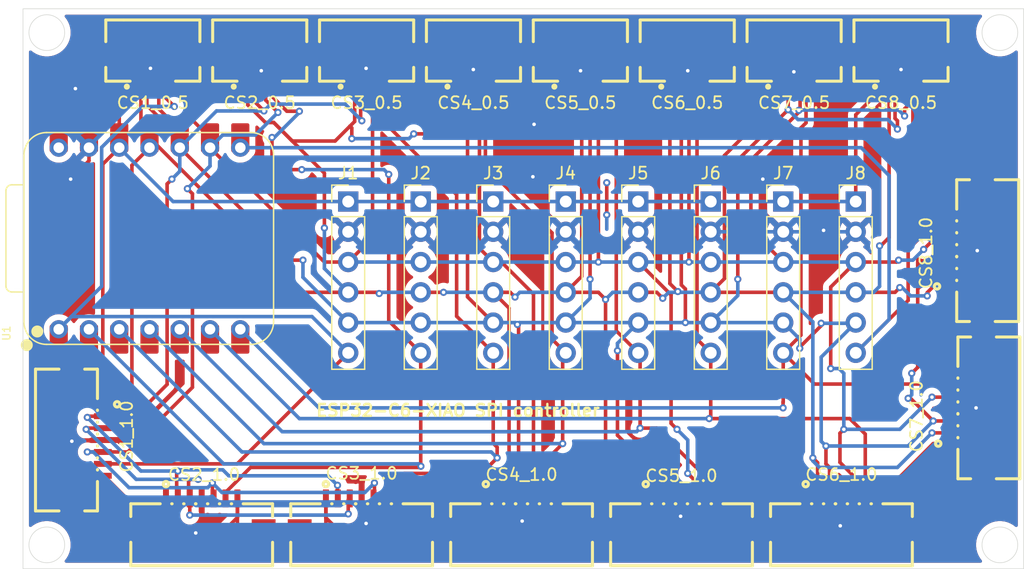
<source format=kicad_pcb>
(kicad_pcb (version 20241229) (generator "pcbnew") (generator_version "9.0")
  (layers (0 "F.Cu" signal) (2 "B.Cu" signal) (13 "F.Paste" user) (15 "B.Paste" user) (5 "F.SilkS" user "F.Silkscreen") (7 "B.SilkS" user "B.Silkscreen") (1 "F.Mask" user) (3 "B.Mask" user) (25 "Edge.Cuts" user))
  (net 0 "")
  (net 1 "/MOSI")
  (net 2 "/MISO")
  (net 3 "GND")
  (net 4 "+3V3")
  (net 5 "/SCK")
  (net 6 "/CS1")
  (net 7 "/CS2")
  (net 8 "/CS3")
  (net 9 "/CS4")
  (net 10 "/CS5")
  (net 11 "/CS6")
  (net 12 "/CS7")
  (net 13 "/CS8")
  (footprint "keigo_custom_footprint:FC-5A7P11H20-05pitch_7pin" (layer "F.Cu") (at 130.728571 74.1385 180)
    (property "Reference" "CS7_0.5")
    (property "Value" "IMU_connector_7_0.5mm")
  )
  (footprint "keigo_custom_footprint:FPC-SMD_XUNPU_FPC-1.0FX-7PWCR-H20" (layer "F.Cu") (at 145.325 102.5 -90)
    (property "Reference" "CS7_1.0")
    (property "Value" "IMU_connector_7_1.0mm")
  )
  (footprint "keigo_custom_footprint:FPC-SMD_XUNPU_FPC-1.0FX-7PWCR-H20" (layer "F.Cu") (at 121.275 111.4 180)
    (property "Reference" "CS5_1.0")
    (property "Value" "IMU_connector_5_1.0mm")
  )
  (footprint "keigo_custom_footprint:FC-5A7P11H20-05pitch_7pin" (layer "F.Cu") (at 94.842857 74.1385 180)
    (property "Reference" "CS3_0.5")
    (property "Value" "IMU_connector_3_0.5mm")
  )
  (footprint "Connector_PinHeader_2.54mm:PinHeader_1x06_P2.54mm_Vertical" (layer "F.Cu") (at 111.557143 85.18)
    (property "Reference" "J4")
    (property "Value" "CS4_JP")
  )
  (footprint "Connector_PinHeader_2.54mm:PinHeader_1x06_P2.54mm_Vertical" (layer "F.Cu") (at 135.9 85.18)
    (property "Reference" "J8")
    (property "Value" "CS8_JP")
  )
  (footprint "keigo_custom_footprint:FPC-SMD_XUNPU_FPC-1.0FX-7PWCR-H20" (layer "F.Cu") (at 94.425 111.4 180)
    (property "Reference" "CS3_1.0")
    (property "Value" "IMU_connector_3_1.0mm")
  )
  (footprint "keigo_custom_footprint:FC-5A7P11H20-05pitch_7pin" (layer "F.Cu") (at 103.814286 74.1385 180)
    (property "Reference" "CS4_0.5")
    (property "Value" "IMU_connector_4_0.5mm")
  )
  (footprint "Connector_PinHeader_2.54mm:PinHeader_1x06_P2.54mm_Vertical" (layer "F.Cu") (at 129.814286 85.18)
    (property "Reference" "J7")
    (property "Value" "CS7_JP")
  )
  (footprint "Connector_PinHeader_2.54mm:PinHeader_1x06_P2.54mm_Vertical" (layer "F.Cu") (at 123.728571 85.18)
    (property "Reference" "J6")
    (property "Value" "CS6_JP")
  )
  (footprint "Connector_PinHeader_2.54mm:PinHeader_1x06_P2.54mm_Vertical" (layer "F.Cu") (at 105.471429 85.18)
    (property "Reference" "J3")
    (property "Value" "CS3_JP")
  )
  (footprint "Connector_PinHeader_2.54mm:PinHeader_1x06_P2.54mm_Vertical" (layer "F.Cu") (at 99.385714 85.18)
    (property "Reference" "J2")
    (property "Value" "CS2_JP")
  )
  (footprint "Seeed Studio XIAO Series Library:XIAO-ESP32C6-DIP" (layer "F.Cu") (at 76.62 88.235 90)
    (property "Reference" "U1")
    (property "Value" "XIAO-ESP32-C6")
  )
  (footprint "keigo_custom_footprint:FPC-SMD_XUNPU_FPC-1.0FX-7PWCR-H20" (layer "F.Cu") (at 81 111.4 180)
    (property "Reference" "CS2_1.0")
    (property "Value" "IMU_connector_2_1.0mm")
  )
  (footprint "keigo_custom_footprint:FPC-SMD_XUNPU_FPC-1.0FX-7PWCR-H20" (layer "F.Cu") (at 134.7 111.4 180)
    (property "Reference" "CS6_1.0")
    (property "Value" "IMU_connector_6_1.0mm")
  )
  (footprint "keigo_custom_footprint:FC-5A7P11H20-05pitch_7pin" (layer "F.Cu") (at 139.7 74.1385 180)
    (property "Reference" "CS8_0.5")
    (property "Value" "IMU_connector_8_0.5mm")
  )
  (footprint "keigo_custom_footprint:FPC-SMD_XUNPU_FPC-1.0FX-7PWCR-H20" (layer "F.Cu") (at 71.4 105.2 90)
    (property "Reference" "CS1_1.0")
    (property "Value" "IMU_connector_1_1.0mm")
  )
  (footprint "keigo_custom_footprint:FC-5A7P11H20-05pitch_7pin" (layer "F.Cu") (at 85.871429 74.1385 180)
    (property "Reference" "CS2_0.5")
    (property "Value" "IMU_connector_2_0.5mm")
  )
  (footprint "keigo_custom_footprint:FC-5A7P11H20-05pitch_7pin" (layer "F.Cu") (at 76.9 74.1385 180)
    (property "Reference" "CS1_0.5")
    (property "Value" "IMU_connector_1_0.5mm")
  )
  (footprint "Connector_PinHeader_2.54mm:PinHeader_1x06_P2.54mm_Vertical" (layer "F.Cu") (at 93.3 85.18)
    (property "Reference" "J1")
    (property "Value" "CS1_JP")
  )
  (footprint "keigo_custom_footprint:FPC-SMD_XUNPU_FPC-1.0FX-7PWCR-H20" (layer "F.Cu") (at 145.225 89.3 -90)
    (property "Reference" "CS8_1.0")
    (property "Value" "IMU_connector_8_1.0mm")
  )
  (footprint "keigo_custom_footprint:FC-5A7P11H20-05pitch_7pin" (layer "F.Cu") (at 121.757143 74.1385 180)
    (property "Reference" "CS6_0.5")
    (property "Value" "IMU_connector_6_0.5mm")
  )
  (footprint "Connector_PinHeader_2.54mm:PinHeader_1x06_P2.54mm_Vertical" (layer "F.Cu") (at 117.642857 85.18)
    (property "Reference" "J5")
    (property "Value" "CS5_JP")
  )
  (footprint "keigo_custom_footprint:FC-5A7P11H20-05pitch_7pin" (layer "F.Cu") (at 112.785714 74.1385 180)
    (property "Reference" "CS5_0.5")
    (property "Value" "IMU_connector_5_0.5mm")
  )
  (footprint "keigo_custom_footprint:FPC-SMD_XUNPU_FPC-1.0FX-7PWCR-H20" (layer "F.Cu") (at 107.85 111.4 180)
    (property "Reference" "CS4_1.0")
    (property "Value" "IMU_connector_4_1.0mm")
  )
  (gr_circle (center 148 71) (end 149.5 71) (stroke (width 0.05)) (fill no) (layer "Edge.Cuts"))
  (gr_circle (center 68 71) (end 69.5 71) (stroke (width 0.05)) (fill no) (layer "Edge.Cuts"))
  (gr_circle (center 68 114) (end 69.5 114) (stroke (width 0.05)) (fill no) (layer "Edge.Cuts"))
  (gr_circle (center 148 114) (end 149.5 114) (stroke (width 0.05)) (fill no) (layer "Edge.Cuts"))
  (gr_rect (start 66 69) (end 150 116) (stroke (width 0.05)) (fill no) (layer "Edge.Cuts"))
  (gr_text "ESP32-C6-XIAO SPI controller" (at 90.5 103.3 0) (layer "F.SilkS") (effects (font (size 1 1) (thickness 0.2) (bold yes)) (justify left bottom)))
  (segment (start 115 86.3) (end 115 83.6) (width 0.3) (layer "F.Cu") (net 0))
  (via (at 115 83.6) (size 0.6) (drill 0.3) (layers "F.Cu" "B.Cu") (net 0))
  (via (at 115 86.3) (size 0.6) (drill 0.3) (layers "F.Cu" "B.Cu") (net 0))
  (segment (start 115 87.5) (end 115 86.3) (width 0.3) (layer "B.Cu") (net 0))
  (segment (start 143.925 104.6) (end 144.025 104.5) (width 0.3) (layer "F.Cu") (net 1))
  (segment (start 117.642857 92.8) (end 119.2 92.8) (width 0.3) (layer "F.Cu") (net 1))
  (segment (start 75.143 101.257) (end 73.2 103.2) (width 0.3) (layer "F.Cu") (net 1))
  (segment (start 75.143 82.137) (end 75.143 101.257) (width 0.3) (layer "F.Cu") (net 1))
  (segment (start 120.3 78.414286) (end 120.3 92.068614) (width 0.3) (layer "F.Cu") (net 1))
  (segment (start 73.2 103.2) (end 72.7 103.2) (width 0.3) (layer "F.Cu") (net 1))
  (segment (start 105.85 109.498) (end 106.8 108.548) (width 0.3) (layer "F.Cu") (net 1))
  (segment (start 138 88.9) (end 138.7 88.2) (width 0.3) (layer "F.Cu") (net 1))
  (segment (start 71.5 103.2) (end 71.4 103.3) (width 0.3) (layer "F.Cu") (net 1))
  (segment (start 102.814286 75.4385) (end 102.814286 76.4655) (width 0.3) (layer "F.Cu") (net 1))
  (segment (start 93.842857 78.457143) (end 93.45 78.85) (width 0.3) (layer "F.Cu") (net 1))
  (segment (start 120.3 92.068614) (end 120.965693 92.734307) (width 0.3) (layer "F.Cu") (net 1))
  (segment (start 139.6 92.4) (end 139.2 92.8) (width 0.3) (layer "F.Cu") (net 1))
  (segment (start 112.9 91.457143) (end 111.557143 92.8) (width 0.3) (layer "F.Cu") (net 1))
  (segment (start 119.275 109.6) (end 114.9 105.225) (width 0.3) (layer "F.Cu") (net 1))
  (segment (start 79 107.8) (end 78.9 107.9) (width 0.3) (layer "F.Cu") (net 1))
  (segment (start 105.85 110.1) (end 105.85 109.498) (width 0.3) (layer "F.Cu") (net 1))
  (segment (start 124.879571 91.649) (end 123.728571 92.8) (width 0.3) (layer "F.Cu") (net 1))
  (segment (start 129.728571 76.4655) (end 124.879571 81.3145) (width 0.3) (layer "F.Cu") (net 1))
  (segment (start 124.879571 81.3145) (end 124.879571 91.649) (width 0.3) (layer "F.Cu") (net 1))
  (segment (start 142.3 104.6) (end 143.925 104.6) (width 0.3) (layer "F.Cu") (net 1))
  (segment (start 99.779786 79.5) (end 98.8 79.5) (width 0.3) (layer "F.Cu") (net 1))
  (segment (start 75.9 75.4385) (end 75.9 79.105) (width 0.3) (layer "F.Cu") (net 1))
  (segment (start 106.8 108.548) (end 106.8 94.128571) (width 0.3) (layer "F.Cu") (net 1))
  (segment (start 102.814286 76.4655) (end 99.779786 79.5) (width 0.3) (layer "F.Cu") (net 1))
  (segment (start 114.3 92.8) (end 114.9 93.4) (width 0.3) (layer "F.Cu") (net 1))
  (segment (start 106.8 94.128571) (end 105.471429 92.8) (width 0.3) (layer "F.Cu") (net 1))
  (segment (start 88.6 80.1) (end 87.05 78.55) (width 0.3) (layer "F.Cu") (net 1))
  (segment (start 92.4 109) (end 92.4 110.075) (width 0.3) (layer "F.Cu") (net 1))
  (segment (start 138.7 88.2) (end 138.7 75.4385) (width 0.3) (layer "F.Cu") (net 1))
  (segment (start 143.925 91.3) (end 143.425 91.3) (width 0.3) (layer "F.Cu") (net 1))
  (segment (start 111.785714 75.4385) (end 111.785714 77.585714) (width 0.3) (layer "F.Cu") (net 1))
  (segment (start 111.557143 92.8) (end 114.3 92.8) (width 0.3) (layer "F.Cu") (net 1))
  (segment (start 106.9 92.8) (end 107.3 93.2) (width 0.3) (layer "F.Cu") (net 1))
  (segment (start 78.9 110) (end 79 110.1) (width 0.3) (layer "F.Cu") (net 1))
  (segment (start 132.7 110.1) (end 132.7 107.1) (width 0.3) (layer "F.Cu") (net 1))
  (segment (start 93.842857 75.4385) (end 93.842857 78.457143) (width 0.3) (layer "F.Cu") (net 1))
  (segment (start 105.471429 92.8) (end 106.9 92.8) (width 0.3) (layer "F.Cu") (net 1))
  (segment (start 92.4 110.075) (end 92.425 110.1) (width 0.3) (layer "F.Cu") (net 1))
  (segment (start 119.275 110.1) (end 119.275 109.6) (width 0.3) (layer "F.Cu") (net 1))
  (segment (start 123.728571 92.8) (end 129.814286 92.8) (width 0.3) (layer "F.Cu") (net 1))
  (segment (start 93.6 79.9) (end 93.6 79) (width 0.3) (layer "F.Cu") (net 1))
  (segment (start 137.9 88.9) (end 138 88.9) (width 0.3) (layer "F.Cu") (net 1))
  (segment (start 120.757143 75.4385) (end 120.757143 77.957143) (width 0.3) (layer "F.Cu") (net 1))
  (segment (start 120.757143 77.957143) (end 120.3 78.414286) (width 0.3) (layer "F.Cu") (net 1))
  (segment (start 111.785714 77.585714) (end 112.9 78.7) (width 0.3) (layer "F.Cu") (net 1))
  (segment (start 72.7 103.2) (end 71.5 103.2) (width 0.3) (layer "F.Cu") (net 1))
  (segment (start 89.595 92.8) (end 93.3 92.8) (width 0.3) (layer "F.Cu") (net 1))
  (segment (start 78.9 107.9) (end 78.9 110) (width 0.3) (layer "F.Cu") (net 1))
  (segment (start 76.62 79.825) (end 89.595 92.8) (width 0.3) (layer "F.Cu") (net 1))
  (segment (start 87.05 78.55) (end 91.3 82.8) (width 0.3) (layer "F.Cu") (net 1))
  (segment (start 93.6 79) (end 93.45 78.85) (width 0.3) (layer "F.Cu") (net 1))
  (segment (start 92.2 80.1) (end 88.6 80.1) (width 0.3) (layer "F.Cu") (net 1))
  (segment (start 75.9 79.105) (end 76.62 79.825) (width 0.3) (layer "F.Cu") (net 1))
  (segment (start 141.9 92.825) (end 141.9 93.1) (width 0.3) (layer "F.Cu") (net 1))
  (segment (start 129.728571 75.4385) (end 129.728571 76.4655) (width 0.3) (layer "F.Cu") (net 1))
  (segment (start 101.3 92.8) (end 99.385714 92.8) (width 0.3) (layer "F.Cu") (net 1))
  (segment (start 84.871429 77.071429) (end 86.35 78.55) (width 0.3) (layer "F.Cu") (net 1))
  (segment (start 114.9 105.225) (end 114.9 93.4) (width 0.3) (layer "F.Cu") (net 1))
  (segment (start 84.871429 75.4385) (end 84.871429 77.071429) (width 0.3) (layer "F.Cu") (net 1))
  (segment (start 95.8 92.8) (end 95.9 92.9) (width 0.3) (layer "F.Cu") (net 1))
  (segment (start 139.2 92.8) (end 135.9 92.8) (width 0.3) (layer "F.Cu") (net 1))
  (segment (start 86.35 78.55) (end 87.05 78.55) (width 0.3) (layer "F.Cu") (net 1))
  (segment (start 119.2 92.8) (end 119.7 93.3) (width 0.3) (layer "F.Cu") (net 1))
  (segment (start 112.9 78.7) (end 112.9 91.457143) (width 0.3) (layer "F.Cu") (net 1))
  (segment (start 76.62 80.66) (end 75.143 82.137) (width 0.3) (layer "F.Cu") (net 1))
  (segment (start 91.3 82.8) (end 91.3 87.4) (width 0.3) (layer "F.Cu") (net 1))
  (segment (start 93.45 78.85) (end 92.2 80.1) (width 0.3) (layer "F.Cu") (net 1))
  (segment (start 132.7 107.1) (end 132.3 106.7) (width 0.3) (layer "F.Cu") (net 1))
  (segment (start 93.3 92.8) (end 95.8 92.8) (width 0.3) (layer "F.Cu") (net 1))
  (segment (start 143.425 91.3) (end 141.9 92.825) (width 0.3) (layer "F.Cu") (net 1))
  (via (at 141.9 93.1) (size 0.6) (drill 0.3) (layers "F.Cu" "B.Cu") (net 1))
  (via (at 98.8 79.5) (size 0.6) (drill 0.3) (layers "F.Cu" "B.Cu") (net 1))
  (via (at 79 107.8) (size 0.6) (drill 0.3) (layers "F.Cu" "B.Cu") (net 1))
  (via (at 120.965693 92.734307) (size 0.6) (drill 0.3) (layers "F.Cu" "B.Cu") (net 1))
  (via (at 93.6 79.9) (size 0.6) (drill 0.3) (layers "F.Cu" "B.Cu") (net 1))
  (via (at 119.7 93.3) (size 0.6) (drill 0.3) (layers "F.Cu" "B.Cu") (net 1))
  (via (at 91.3 87.4) (size 0.6) (drill 0.3) (layers "F.Cu" "B.Cu") (net 1))
  (via (at 114.9 93.4) (size 0.6) (drill 0.3) (layers "F.Cu" "B.Cu") (net 1))
  (via (at 132.3 106.7) (size 0.6) (drill 0.3) (layers "F.Cu" "B.Cu") (net 1))
  (via (at 107.3 93.2) (size 0.6) (drill 0.3) (layers "F.Cu" "B.Cu") (net 1))
  (via (at 139.6 92.4) (size 0.6) (drill 0.3) (layers "F.Cu" "B.Cu") (net 1))
  (via (at 142.3 104.6) (size 0.6) (drill 0.3) (layers "F.Cu" "B.Cu") (net 1))
  (via (at 71.4 103.3) (size 0.6) (drill 0.3) (layers "F.Cu" "B.Cu") (net 1))
  (via (at 137.9 88.9) (size 0.6) (drill 0.3) (layers "F.Cu" "B.Cu") (net 1))
  (via (at 92.4 109) (size 0.6) (drill 0.3) (layers "F.Cu" "B.Cu") (net 1))
  (via (at 101.3 92.8) (size 0.6) (drill 0.3) (layers "F.Cu" "B.Cu") (net 1))
  (via (at 95.9 92.9) (size 0.6) (drill 0.3) (layers "F.Cu" "B.Cu") (net 1))
  (segment (start 95.9 92.9) (end 96 92.8) (width 0.3) (layer "B.Cu") (net 1))
  (segment (start 115.5 92.8) (end 117.642857 92.8) (width 0.3) (layer "B.Cu") (net 1))
  (segment (start 120.2 92.8) (end 123.728571 92.8) (width 0.3) (layer "B.Cu") (net 1))
  (segment (start 139.4 107.5) (end 142.3 104.6) (width 0.3) (layer "B.Cu") (net 1))
  (segment (start 139.8 92.4) (end 140.5 93.1) (width 0.3) (layer "B.Cu") (net 1))
  (segment (start 79 107.8) (end 79.102 107.8) (width 0.3) (layer "B.Cu") (net 1))
  (segment (start 137.9 88.9) (end 137.9 92.3) (width 0.3) (layer "B.Cu") (net 1))
  (segment (start 91.3 87.4) (end 91.3 90.8) (width 0.3) (layer "B.Cu") (net 1))
  (segment (start 129.814286 92.8) (end 135.9 92.8) (width 0.3) (layer "B.Cu") (net 1))
  (segment (start 98.4 79.9) (end 93.6 79.9) (width 0.3) (layer "B.Cu") (net 1))
  (segment (start 79.202 107.7) (end 82.7729 107.7) (width 0.3) (layer "B.Cu") (net 1))
  (segment (start 132.3 95.285714) (end 129.814286 92.8) (width 0.3) (layer "B.Cu") (net 1))
  (segment (start 140.5 93.1) (end 141.9 93.1) (width 0.3) (layer "B.Cu") (net 1))
  (segment (start 114.9 93.4) (end 115.5 92.8) (width 0.3) (layer "B.Cu") (net 1))
  (segment (start 132.3 106.7) (end 132.3 95.285714) (width 0.3) (layer "B.Cu") (net 1))
  (segment (start 75.9 107.8) (end 71.4 103.3) (width 0.3) (layer "B.Cu") (net 1))
  (segment (start 83.2729 108.2) (end 91.6 108.2) (width 0.3) (layer "B.Cu") (net 1))
  (segment (start 132.3 106.7) (end 132.3 106.949943) (width 0.3) (layer "B.Cu") (net 1))
  (segment (start 137.9 92.3) (end 137.4 92.8) (width 0.3) (layer "B.Cu") (net 1))
  (segment (start 132.3 106.949943) (end 132.850057 107.5) (width 0.3) (layer "B.Cu") (net 1))
  (segment (start 79 107.8) (end 75.9 107.8) (width 0.3) (layer "B.Cu") (net 1))
  (segment (start 107.7 92.8) (end 111.557143 92.8) (width 0.3) (layer "B.Cu") (net 1))
  (segment (start 98.8 79.5) (end 98.4 79.9) (width 0.3) (layer "B.Cu") (net 1))
  (segment (start 91.6 108.2) (end 92.4 109) (width 0.3) (layer "B.Cu") (net 1))
  (segment (start 107.3 93.2) (end 107.7 92.8) (width 0.3) (layer "B.Cu") (net 1))
  (segment (start 91.3 90.8) (end 93.3 92.8) (width 0.3) (layer "B.Cu") (net 1))
  (segment (start 96 92.8) (end 99.385714 92.8) (width 0.3) (layer "B.Cu") (net 1))
  (segment (start 119.7 93.3) (end 120.2 92.8) (width 0.3) (layer "B.Cu") (net 1))
  (segment (start 137.4 92.8) (end 135.9 92.8) (width 0.3) (layer "B.Cu") (net 1))
  (segment (start 79.102 107.8) (end 79.202 107.7) (width 0.3) (layer "B.Cu") (net 1))
  (segment (start 101.3 92.8) (end 105.471429 92.8) (width 0.3) (layer "B.Cu") (net 1))
  (segment (start 139.6 92.4) (end 139.8 92.4) (width 0.3) (layer "B.Cu") (net 1))
  (segment (start 82.7729 107.7) (end 83.2729 108.2) (width 0.3) (layer "B.Cu") (net 1))
  (segment (start 132.850057 107.5) (end 139.4 107.5) (width 0.3) (layer "B.Cu") (net 1))
  (segment (start 78.097 100.530626) (end 78.097 83.703) (width 0.3) (layer "F.Cu") (net 2))
  (segment (start 141.101 99.099) (end 140.6 99.6) (width 0.3) (layer "F.Cu") (net 2))
  (segment (start 139.2 78.2) (end 139.2 75.4385) (width 0.3) (layer "F.Cu") (net 2))
  (segment (start 139.4 79.1) (end 139.4 78.4) (width 0.3) (layer "F.Cu") (net 2))
  (segment (start 72.7 104.2) (end 74.427626 104.2) (width 0.3) (layer "F.Cu") (net 2))
  (segment (start 121.6 92.518671) (end 121.6 95.34) (width 0.3) (layer "F.Cu") (net 2))
  (segment (start 133.4 107.2) (end 133.7 107.5) (width 0.3) (layer "F.Cu") (net 2))
  (segment (start 85.371429 76.722899) (end 86.224265 77.575735) (width 0.3) (layer "F.Cu") (net 2))
  (segment (start 74.427626 104.2) (end 78.097 100.530626) (width 0.3) (layer "F.Cu") (net 2))
  (segment (start 121.257143 92.175814) (end 121.6 92.518671) (width 0.3) (layer "F.Cu") (net 2))
  (segment (start 106.85 110.1) (end 106.85 109.35) (width 0.3) (layer "F.Cu") (net 2))
  (segment (start 133.7 107.5) (end 133.7 110.1) (width 0.3) (layer "F.Cu") (net 2))
  (segment (start 79.9 110) (end 80 110.1) (width 0.3) (layer "F.Cu") (net 2))
  (segment (start 85.371429 75.4385) (end 85.371429 76.722899) (width 0.3) (layer "F.Cu") (net 2))
  (segment (start 76.4 75.4385) (end 76.4 77.1) (width 0.3) (layer "F.Cu") (net 2))
  (segment (start 143.925 103.6) (end 144.025 103.5) (width 0.3) (layer "F.Cu") (net 2))
  (segment (start 79.9 108.65) (end 79.9 110) (width 0.3) (layer "F.Cu") (net 2))
  (segment (start 79.125 79.825) (end 79.16 79.825) (width 0.3) (layer "F.Cu") (net 2))
  (segment (start 120.275 109.175) (end 115.9 104.8) (width 0.3) (layer "F.Cu") (net 2))
  (segment (start 143.925 90.3) (end 143.323 90.3) (width 0.3) (layer "F.Cu") (net 2))
  (segment (start 80 110.1) (end 80 111.5) (width 0.3) (layer "F.Cu") (net 2))
  (segment (start 113.6 78.3) (end 113.6 91.7) (width 0.3) (layer "F.Cu") (net 2))
  (segment (start 121.257143 75.4385) (end 121.257143 92.175814) (width 0.3) (layer "F.Cu") (net 2))
  (segment (start 131.2 97.5) (end 131.2 97.4) (width 0.3) (layer "F.Cu") (net 2))
  (segment (start 93.3 110.225) (end 93.425 110.1) (width 0.3) (layer "F.Cu") (net 2))
  (segment (start 80.7 108.5) (end 80.05 108.5) (width 0.3) (layer "F.Cu") (net 2))
  (segment (start 78.097 83.703) (end 78.5 83.3) (width 0.3) (layer "F.Cu") (net 2))
  (segment (start 140.3 101.7) (end 140.5 101.7) (width 0.3) (layer "F.Cu") (net 2))
  (segment (start 133.4 105.7) (end 133.4 107.2) (width 0.3) (layer "F.Cu") (net 2))
  (segment (start 107.6 108.6) (end 107.6 95.6) (width 0.3) (layer "F.Cu") (net 2))
  (segment (start 88.6 90.1) (end 89.5 90.1) (width 0.3) (layer "F.Cu") (net 2))
  (segment (start 76.4 77.1) (end 79.125 79.825) (width 0.3) (layer "F.Cu") (net 2))
  (segment (start 72.7 104.2) (end 71.4 104.2) (width 0.3) (layer "F.Cu") (net 2))
  (segment (start 131.2 97.4) (end 133 95.6) (width 0.3) (layer "F.Cu") (net 2))
  (segment (start 126 81.7) (end 126 91.7) (width 0.3) (layer "F.Cu") (net 2))
  (segment (start 94.342857 78.3) (end 94.442857 78.4) (width 0.3) (layer "F.Cu") (net 2))
  (segment (start 133 95.6) (end 133 95.4) (width 0.3) (layer "F.Cu") (net 2))
  (segment (start 94.342857 75.4385) (end 94.342857 78.3) (width 0.3) (layer "F.Cu") (net 2))
  (segment (start 130.228571 75.4385) (end 130.228571 77.471429) (width 0.3) (layer "F.Cu") (net 2))
  (segment (start 103.314286 75.4385) (end 103.314286 93.182857) (width 0.3) (layer "F.Cu") (net 2))
  (segment (start 141.101 92.522) (end 141.101 99.099) (width 0.3) (layer "F.Cu") (net 2))
  (segment (start 130.228571 77.471429) (end 126 81.7) (width 0.3) (layer "F.Cu") (net 2))
  (segment (start 107.6 95.6) (end 107.5 95.5) (width 0.3) (layer "F.Cu") (net 2))
  (segment (start 112.285714 75.4385) (end 112.285714 76.985714) (width 0.3) (layer "F.Cu") (net 2))
  (segment (start 106.85 109.35) (end 107.6 108.6) (width 0.3) (layer "F.Cu") (net 2))
  (segment (start 112.285714 76.985714) (end 113.6 78.3) (width 0.3) (layer "F.Cu") (net 2))
  (segment (start 140.5 101.7) (end 142.4 103.6) (width 0.3) (layer "F.Cu") (net 2))
  (segment (start 80.05 108.5) (end 79.9 108.65) (width 0.3) (layer "F.Cu") (net 2))
  (segment (start 93.3 111.4) (end 93.3 110.225) (width 0.3) (layer "F.Cu") (net 2))
  (segment (start 120.275 110.1) (end 120.275 109.175) (width 0.3) (layer "F.Cu") (net 2))
  (segment (start 142.4 103.6) (end 143.925 103.6) (width 0.3) (layer "F.Cu") (net 2))
  (segment (start 103.314286 93.182857) (end 105.471429 95.34) (width 0.3) (layer "F.Cu") (net 2))
  (segment (start 139.4 78.4) (end 139.2 78.2) (width 0.3) (layer "F.Cu") (net 2))
  (segment (start 79.16 80.66) (end 88.6 90.1) (width 0.3) (layer "F.Cu") (net 2))
  (segment (start 143.323 90.3) (end 141.101 92.522) (width 0.3) (layer "F.Cu") (net 2))
  (segment (start 115.9 104.8) (end 115.9 97.7) (width 0.3) (layer "F.Cu") (net 2))
  (segment (start 71.4 104.2) (end 71.3 104.3) (width 0.3) (layer "F.Cu") (net 2))
  (via (at 121.6 95.34) (size 0.6) (drill 0.3) (layers "F.Cu" "B.Cu") (net 2))
  (via (at 113.6 91.7) (size 0.6) (drill 0.3) (layers "F.Cu" "B.Cu") (net 2))
  (via (at 131.2 97.5) (size 0.6) (drill 0.3) (layers "F.Cu" "B.Cu") (net 2))
  (via (at 93.3 111.4) (size 0.6) (drill 0.3) (layers "F.Cu" "B.Cu") (net 2))
  (via (at 133.4 105.7) (size 0.6) (drill 0.3) (layers "F.Cu" "B.Cu") (net 2))
  (via (at 80.7 108.5) (size 0.6) (drill 0.3) (layers "F.Cu" "B.Cu") (net 2))
  (via (at 140.6 99.6) (size 0.6) (drill 0.3) (layers "F.Cu" "B.Cu") (net 2))
  (via (at 126 91.7) (size 0.6) (drill 0.3) (layers "F.Cu" "B.Cu") (net 2))
  (via (at 115.9 97.7) (size 0.6) (drill 0.3) (layers "F.Cu" "B.Cu") (net 2))
  (via (at 94.442857 78.4) (size 0.6) (drill 0.3) (layers "F.Cu" "B.Cu") (net 2))
  (via (at 139.4 79.1) (size 0.6) (drill 0.3) (layers "F.Cu" "B.Cu") (net 2))
  (via (at 142.4 103.6) (size 0.6) (drill 0.3) (layers "F.Cu" "B.Cu") (net 2))
  (via (at 78.5 83.3) (size 0.6) (drill 0.3) (layers "F.Cu" "B.Cu") (net 2))
  (via (at 89.5 90.1) (size 0.6) (drill 0.3) (layers "F.Cu" "B.Cu") (net 2))
  (via (at 140.3 101.7) (size 0.6) (drill 0.3) (layers "F.Cu" "B.Cu") (net 2))
  (via (at 86.224265 77.575735) (size 0.6) (drill 0.3) (layers "F.Cu" "B.Cu") (net 2))
  (via (at 71.3 104.3) (size 0.6) (drill 0.3) (layers "F.Cu" "B.Cu") (net 2))
  (via (at 133 95.4) (size 0.6) (drill 0.3) (layers "F.Cu" "B.Cu") (net 2))
  (via (at 80 111.5) (size 0.6) (drill 0.3) (layers "F.Cu" "B.Cu") (net 2))
  (via (at 107.5 95.5) (size 0.6) (drill 0.3) (layers "F.Cu" "B.Cu") (net 2))
  (via (at 130.228571 77.471429) (size 0.6) (drill 0.3) (layers "F.Cu" "B.Cu") (net 2))
  (segment (start 115.9 97.082857) (end 117.642857 95.34) (width 0.3) (layer "B.Cu") (net 2))
  (segment (start 140.6 99.6) (end 140.6 101.4) (width 0.3) (layer "B.Cu") (net 2))
  (segment (start 133.4 105.7) (end 140.3 105.7) (width 0.3) (layer "B.Cu") (net 2))
  (segment (start 113.6 91.7) (end 113.6 93.297143) (width 0.3) (layer "B.Cu") (net 2))
  (segment (start 107.66 95.34) (end 111.557143 95.34) (width 0.3) (layer "B.Cu") (net 2))
  (segment (start 82.244265 77.575735) (end 79.16 80.66) (width 0.3) (layer "B.Cu") (net 2))
  (segment (start 138.6 78.3) (end 131.057142 78.3) (width 0.3) (layer "B.Cu") (net 2))
  (segment (start 107.5 95.5) (end 107.66 95.34) (width 0.3) (layer "B.Cu") (net 2))
  (segment (start 131.2 97.5) (end 131.2 96.725714) (width 0.3) (layer "B.Cu") (net 2))
  (segment (start 93.3 95.34) (end 99.385714 95.34) (width 0.3) (layer "B.Cu") (net 2))
  (segment (start 131.057142 78.3) (end 130.228571 77.471429) (width 0.3) (layer "B.Cu") (net 2))
  (segment (start 123.728571 95.34) (end 129.814286 95.34) (width 0.3) (layer "B.Cu") (net 2))
  (segment (start 107.5 95.5) (end 107.34 95.34) (width 0.3) (layer "B.Cu") (net 2))
  (segment (start 93.041857 76.999) (end 86.801 76.999) (width 0.3) (layer "B.Cu") (net 2))
  (segment (start 133.4 105.7) (end 133 105.3) (width 0.3) (layer "B.Cu") (net 2))
  (segment (start 133 105.3) (end 133 98.24) (width 0.3) (layer "B.Cu") (net 2))
  (segment (start 89.5 90.1) (end 89.5 91.54) (width 0.3) (layer "B.Cu") (net 2))
  (segment (start 89.5 91.54) (end 93.3 95.34) (width 0.3) (layer "B.Cu") (net 2))
  (segment (start 126 93.068571) (end 123.728571 95.34) (width 0.3) (layer "B.Cu") (net 2))
  (segment (start 75.5 108.5) (end 71.3 104.3) (width 0.3) (layer "B.Cu") (net 2))
  (segment (start 80.7 108.5) (end 75.5 108.5) (width 0.3) (layer "B.Cu") (net 2))
  (segment (start 135.84 95.4) (end 135.9 95.34) (width 0.3) (layer "B.Cu") (net 2))
  (segment (start 93.2 111.5) (end 93.3 111.4) (width 0.3) (layer "B.Cu") (net 2))
  (segment (start 133 98.24) (end 135.9 95.34) (width 0.3) (layer "B.Cu") (net 2))
  (segment (start 79.16 82.64) (end 79.16 80.66) (width 0.3) (layer "B.Cu") (net 2))
  (segment (start 86.224265 77.575735) (end 82.244265 77.575735) (width 0.3) (layer "B.Cu") (net 2))
  (segment (start 113.6 93.297143) (end 111.557143 95.34) (width 0.3) (layer "B.Cu") (net 2))
  (segment (start 78.5 83.3) (end 79.16 82.64) (width 0.3) (layer "B.Cu") (net 2))
  (segment (start 115.9 97.7) (end 115.9 97.082857) (width 0.3) (layer "B.Cu") (net 2))
  (segment (start 99.385714 95.34) (end 105.471429 95.34) (width 0.3) (layer "B.Cu") (net 2))
  (segment (start 139.4 79.1) (end 138.6 78.3) (width 0.3) (layer "B.Cu") (net 2))
  (segment (start 117.642857 95.34) (end 121.6 95.34) (width 0.3) (layer "B.Cu") (net 2))
  (segment (start 121.6 95.34) (end 123.728571 95.34) (width 0.3) (layer "B.Cu") (net 2))
  (segment (start 94.442857 78.4) (end 93.041857 76.999) (width 0.3) (layer "B.Cu") (net 2))
  (segment (start 131.2 96.725714) (end 129.814286 95.34) (width 0.3) (layer "B.Cu") (net 2))
  (segment (start 111.557143 95.34) (end 117.642857 95.34) (width 0.3) (layer "B.Cu") (net 2))
  (segment (start 107.34 95.34) (end 105.471429 95.34) (width 0.3) (layer "B.Cu") (net 2))
  (segment (start 133 95.4) (end 135.84 95.4) (width 0.3) (layer "B.Cu") (net 2))
  (segment (start 80.7 108.5) (end 80.55 108.5) (width 0.3) (layer "B.Cu") (net 2))
  (segment (start 140.6 101.4) (end 140.3 101.7) (width 0.3) (layer "B.Cu") (net 2))
  (segment (start 80 111.5) (end 93.2 111.5) (width 0.3) (layer "B.Cu") (net 2))
  (segment (start 140.3 105.7) (end 142.4 103.6) (width 0.3) (layer "B.Cu") (net 2))
  (segment (start 86.801 76.999) (end 86.224265 77.575735) (width 0.3) (layer "B.Cu") (net 2))
  (segment (start 126 91.7) (end 126 93.068571) (width 0.3) (layer "B.Cu") (net 2))
  (segment (start 94.842857 74.042857) (end 94.8 74) (width 0.3) (layer "F.Cu") (net 3))
  (segment (start 121.757143 75.4385) (end 121.757143 74.242857) (width 0.3) (layer "F.Cu") (net 3))
  (segment (start 107.85 110.1) (end 107.85 111.95) (width 0.3) (layer "F.Cu") (net 3))
  (segment (start 107.85 111.95) (end 107.9 112) (width 0.3) (layer "F.Cu") (net 3))
  (segment (start 128.1 86.005714) (end 128.1 83.3) (width 0.3) (layer "F.Cu") (net 3))
  (segment (start 112.785714 75.4385) (end 112.785714 74.214286) (width 0.3) (layer "F.Cu") (net 3))
  (segment (start 94.842857 75.4385) (end 94.842857 74.042857) (width 0.3) (layer "F.Cu") (net 3))
  (segment (start 111.557143 87.72) (end 108.8 84.962857) (width 0.3) (layer "F.Cu") (net 3))
  (segment (start 71.54 80.66) (end 71.54 81.76) (width 0.3) (layer "F.Cu") (net 3))
  (segment (start 80.6 113) (end 81 112.6) (width 0.3) (layer "F.Cu") (net 3))
  (segment (start 144.025 102.5) (end 146 102.5) (width 0.3) (layer "F.Cu") (net 3))
  (segment (start 71.54 81.76) (end 70 83.3) (width 0.3) (layer "F.Cu") (net 3))
  (segment (start 80.5 113) (end 80.6 113) (width 0.3) (layer "F.Cu") (net 3))
  (segment (start 139.7 75.4385) (end 139.7 74.1) (width 0.3) (layer "F.Cu") (net 3))
  (segment (start 134.7 110.1) (end 134.7 112.3) (width 0.3) (layer "F.Cu") (net 3))
  (segment (start 103.814286 74.114286) (end 103.8 74.1) (width 0.3) (layer "F.Cu") (net 3))
  (segment (start 143.925 89.3) (end 146.1 89.3) (width 0.3) (layer "F.Cu") (net 3))
  (segment (start 76.9 75.4385) (end 76.9 74.2) (width 0.3) (layer "F.Cu") (net 3))
  (segment (start 76.9 74.2) (end 76.7 74) (width 0.3) (layer "F.Cu") (net 3))
  (segment (start 121.275 110.1) (end 121.275 111.525) (width 0.3) (layer "F.Cu") (net 3))
  (segment (start 94.425 111.825) (end 94.8 112.2) (width 0.3) (layer "F.Cu") (net 3))
  (segment (start 130.728571 74.312695) (end 130.706871 74.290995) (width 0.3) (layer "F.Cu") (net 3))
  (segment (start 85.871429 74.328571) (end 86 74.2) (width 0.3) (layer "F.Cu") (net 3))
  (segment (start 121.757143 74.242857) (end 121.8 74.2) (width 0.3) (layer "F.Cu") (net 3))
  (segment (start 108.8 83.1) (end 108.9 83) (width 0.3) (layer "F.Cu") (net 3))
  (segment (start 72.7 105.2) (end 70.2 105.2) (width 0.3) (layer "F.Cu") (net 3))
  (segment (start 81 112.6) (end 81 110.1) (width 0.3) (layer "F.Cu") (net 3))
  (segment (start 85.871429 75.4385) (end 85.871429 74.328571) (width 0.3) (layer "F.Cu") (net 3))
  (segment (start 134.7 112.3) (end 134.6 112.4) (width 0.3) (layer "F.Cu") (net 3))
  (segment (start 70.2 105.2) (end 70.1 105.3) (width 0.3) (layer "F.Cu") (net 3))
  (segment (start 130.728571 75.4385) (end 130.728571 74.312695) (width 0.3) (layer "F.Cu") (net 3))
  (segment (start 71.54 76.84) (end 70.4 75.7) (width 0.3) (layer "F.Cu") (net 3))
  (segment (start 103.814286 75.4385) (end 103.814286 74.114286) (width 0.3) (layer "F.Cu") (net 3))
  (segment (start 108.8 84.962857) (end 108.8 83.1) (width 0.3) (layer "F.Cu") (net 3))
  (segment (start 108.9 83) (end 108.9 78.7) (width 0.3) (layer "F.Cu") (net 3))
  (segment (start 71.54 80.66) (end 71.54 76.84) (width 0.3) (layer "F.Cu") (net 3))
  (segment (start 121.275 111.525) (end 121.2 111.6) (width 0.3) (layer "F.Cu") (net 3))
  (segment (start 112.785714 74.214286) (end 112.8 74.2) (width 0.3) (layer "F.Cu") (net 3))
  (segment (start 129.814286 87.72) (end 128.1 86.005714) (width 0.3) (layer "F.Cu") (net 3))
  (segment (start 94.425 110.1) (end 94.425 111.825) (width 0.3) (layer "F.Cu") (net 3))
  (via (at 121.2 111.6) (size 0.6) (drill 0.3) (layers "F.Cu" "B.Cu") (net 3))
  (via (at 121.8 74.2) (size 0.6) (drill 0.3) (layers "F.Cu" "B.Cu") (net 3))
  (via (at 70.1 105.3) (size 0.6) (drill 0.3) (layers "F.Cu" "B.Cu") (net 3))
  (via (at 94.8 74) (size 0.6) (drill 0.3) (layers "F.Cu" "B.Cu") (net 3))
  (via (at 108.9 78.7) (size 0.6) (drill 0.3) (layers "F.Cu" "B.Cu") (net 3))
  (via (at 112.8 74.2) (size 0.6) (drill 0.3) (layers "F.Cu" "B.Cu") (net 3))
  (via (at 146 102.5) (size 0.6) (drill 0.3) (layers "F.Cu" "B.Cu") (net 3))
  (via (at 86 74.2) (size 0.6) (drill 0.3) (layers "F.Cu" "B.Cu") (net 3))
  (via (at 103.8 74.1) (size 0.6) (drill 0.3) (layers "F.Cu" "B.Cu") (net 3))
  (via (at 133.2 87.6) (size 0.6) (drill 0.3) (layers "F.Cu" "B.Cu") (net 3))
  (via (at 146.1 89.3) (size 0.6) (drill 0.3) (layers "F.Cu" "B.Cu") (net 3))
  (via (at 134.6 112.4) (size 0.6) (drill 0.3) (layers "F.Cu" "B.Cu") (net 3))
  (via (at 128.1 83.3) (size 0.6) (drill 0.3) (layers "F.Cu" "B.Cu") (net 3))
  (via (at 76.7 74) (size 0.6) (drill 0.3) (layers "F.Cu" "B.Cu") (net 3))
  (via (at 80.5 113) (size 0.6) (drill 0.3) (layers "F.Cu" "B.Cu") (net 3))
  (via (at 107.9 112) (size 0.6) (drill 0.3) (layers "F.Cu" "B.Cu") (net 3))
  (via (at 139.7 74.1) (size 0.6) (drill 0.3) (layers "F.Cu" "B.Cu") (net 3))
  (via (at 130.706871 74.290995) (size 0.6) (drill 0.3) (layers "F.Cu" "B.Cu") (net 3))
  (via (at 70.4 75.7) (size 0.6) (drill 0.3) (layers "F.Cu" "B.Cu") (net 3))
  (via (at 94.8 112.2) (size 0.6) (drill 0.3) (layers "F.Cu" "B.Cu") (net 3))
  (via (at 108.8 83.1) (size 0.6) (drill 0.3) (layers "F.Cu" "B.Cu") (net 3))
  (via (at 70 83.3) (size 0.6) (drill 0.3) (layers "F.Cu" "B.Cu") (net 3))
  (segment (start 129.814286 87.72) (end 123.728571 87.72) (width 0.3) (layer "B.Cu") (net 3))
  (segment (start 133.08 87.72) (end 133.2 87.6) (width 0.3) (layer "B.Cu") (net 3))
  (segment (start 135.9 87.72) (end 133.32 87.72) (width 0.3) (layer "B.Cu") (net 3))
  (segment (start 129.814286 87.72) (end 133.08 87.72) (width 0.3) (layer "B.Cu") (net 3))
  (segment (start 133.32 87.72) (end 133.2 87.6) (width 0.3) (layer "B.Cu") (net 3))
  (segment (start 70.9 108.2) (end 72.7 108.2) (width 0.3) (layer "F.Cu") (net 4))
  (segment (start 69.3 106.6) (end 70.9 108.2) (width 0.3) (layer "F.Cu") (net 4))
  (segment (start 110.85 110.702) (end 108.852 112.7) (width 0.3) (layer "F.Cu") (net 4))
  (segment (start 105.314286 75.4385) (end 105.314286 74.4115) (width 0.3) (layer "F.Cu") (net 4))
  (segment (start 130.652 114) (end 131.7 112.952) (width 0.3) (layer "F.Cu") (net 4))
  (segment (start 137.7 110.1) (end 137.7 112.2) (width 0.3) (layer "F.Cu") (net 4))
  (segment (start 103.425786 73.3) (end 102.314286 74.4115) (width 0.3) (layer "F.Cu") (net 4))
  (segment (start 96.342857 75.4385) (end 96.342857 72.0865) (width 0.3) (layer "F.Cu") (net 4))
  (segment (start 111.285714 74.4115) (end 111.285714 75.4385) (width 0.3) (layer "F.Cu") (net 4))
  (segment (start 72.7 102.2) (end 72.7 82.04) (width 0.3) (layer "F.Cu") (net 4))
  (segment (start 113.274214 73.4) (end 112.297214 73.4) (width 0.3) (layer "F.Cu") (net 4))
  (segment (start 137.7 110.1) (end 137.8 110.1) (width 0.3) (layer "F.Cu") (net 4))
  (segment (start 144.025 99.5) (end 145.6 99.5) (width 0.3) (layer "F.Cu") (net 4))
  (segment (start 138.2 72.2) (end 138.2 75.4385) (width 0.3) (layer "F.Cu") (net 4))
  (segment (start 106.95 112.7) (end 104.85 110.6) (width 0.3) (layer "F.Cu") (net 4))
  (segment (start 146.877 99.5) (end 148 98.377) (width 0.3) (layer "F.Cu") (net 4))
  (segment (start 132.228571 75.4385) (end 132.228571 74.4115) (width 0.3) (layer "F.Cu") (net 4))
  (segment (start 124.275 110.1) (end 124.275 112.952) (width 0.3) (layer "F.Cu") (net 4))
  (segment (start 84.371429 74.4115) (end 85.182929 73.6) (width 0.3) (layer "F.Cu") (net 4))
  (segment (start 148 93.7) (end 146.6 92.3) (width 0.3) (layer "F.Cu") (net 4))
  (segment (start 139.8885 73.1) (end 139.5115 73.1) (width 0.3) (layer "F.Cu") (net 4))
  (segment (start 105.713286 71.6875) (end 110.886714 71.6875) (width 0.3) (layer "F.Cu") (net 4))
  (segment (start 141.2 74.4115) (end 139.8885 73.1) (width 0.3) (layer "F.Cu") (net 4))
  (segment (start 86.559929 73.6) (end 87.279964 74.320036) (width 0.3) (layer "F.Cu") (net 4))
  (segment (start 84 111.7) (end 84 110.1) (width 0.3) (layer "F.Cu") (net 4))
  (segment (start 132.228571 75.4385) (end 132.228571 71.871429) (width 0.3) (layer "F.Cu") (net 4))
  (segment (start 105.314286 74.4115) (end 104.202786 73.3) (width 0.3) (layer "F.Cu") (net 4))
  (segment (start 144.025 99.5) (end 146.877 99.5) (width 0.3) (layer "F.Cu") (net 4))
  (segment (start 101.727786 71.5) (end 102.314286 72.0865) (width 0.3) (layer "F.Cu") (net 4))
  (segment (start 78.4 73.90575) (end 78.4 75.4385) (width 0.3) (layer "F.Cu") (net 4))
  (segment (start 92.756357 71.5) (end 93.342857 72.0865) (width 0.3) (layer "F.Cu") (net 4))
  (segment (start 81.9 113.8) (end 84 111.7) (width 0.3) (layer "F.Cu") (net 4))
  (segment (start 111.998 114.1) (end 117.127 114.1) (width 0.3) (layer "F.Cu") (net 4))
  (segment (start 130.128571 73.6) (end 129.228571 74.5) (width 0.3) (layer "F.Cu") (net 4))
  (segment (start 138.2 75.4385) (end 138.2 75.6) (width 0.3) (layer "F.Cu") (net 4))
  (segment (start 147.4 91.3) (end 146.4 92.3) (width 0.3) (layer "F.Cu") (net 4))
  (segment (start 77.1885 73.2) (end 77.5885 73.6) (width 0.3) (layer "F.Cu") (net 4))
  (segment (start 87.279964 74.320036) (end 87.371429 74.4115) (width 0.3) (layer "F.Cu") (net 4))
  (segment (start 105.314286 72.0865) (end 105.713286 71.6875) (width 0.3) (layer "F.Cu") (net 4))
  (segment (start 124.275 110.6) (end 122.175 112.7) (width 0.3) (layer "F.Cu") (net 4))
  (segment (start 74.7 110.1) (end 78 110.1) (width 0.3) (layer "F.Cu") (net 4))
  (segment (start 122.345643 73.5) (end 121.168643 73.5) (width 0.3) (layer "F.Cu") (net 4))
  (segment (start 93.342857 75.4385) (end 93.342857 73.857143) (width 0.3) (layer "F.Cu") (net 4))
  (segment (start 110.85 112.952) (end 111.998 114.1) (width 0.3) (layer "F.Cu") (net 4))
  (segment (start 121.168643 73.5) (end 120.257143 74.4115) (width 0.3) (layer "F.Cu") (net 4))
  (segment (start 145.6 99.5) (end 147.2 101.1) (width 0.3) (layer "F.Cu") (net 4))
  (segment (start 105.314286 75.4385) (end 105.314286 72.0865) (width 0.3) (layer "F.Cu") (net 4))
  (segment (start 131.417071 73.6) (end 130.128571 73.6) (width 0.3) (layer "F.Cu") (net 4))
  (segment (start 79.4 71.1) (end 83.7 71.1) (width 0.3) (layer "F.Cu") (net 4))
  (segment (start 94.1 73.1) (end 95.5 73.1) (width 0.3) (layer "F.Cu") (net 4))
  (segment (start 91.425 111.725) (end 91.425 110.1) (width 0.3) (layer "F.Cu") (net 4))
  (segment (start 72.8 108.2) (end 74.7 110.1) (width 0.3) (layer "F.Cu") (net 4))
  (segment (start 118.275 112.952) (end 118.275 110.1) (width 0.3) (layer "F.Cu") (net 4))
  (segment (start 120.257143 74.4115) (end 120.257143 75.4385) (width 0.3) (layer "F.Cu") (net 4))
  (segment (start 78 112.1) (end 79.7 113.8) (width 0.3) (layer "F.Cu") (net 4))
  (segment (start 108.852 112.7) (end 106.95 112.7) (width 0.3) (layer "F.Cu") (net 4))
  (segment (start 118.275 110.6) (end 118.275 110.1) (width 0.3) (layer "F.Cu") (net 4))
  (segment (start 104.85 112.952) (end 104.85 110.1) (width 0.3) (layer "F.Cu") (net 4))
  (segment (start 139.5115 73.1) (end 138.2 74.4115) (width 0.3) (layer "F.Cu") (net 4))
  (segment (start 79.7 113.8) (end 81.9 113.8) (width 0.3) (layer "F.Cu") (net 4))
  (segment (start 114.285714 72.0865) (end 114.872214 71.5) (width 0.3) (layer "F.Cu") (net 4))
  (segment (start 83.7 71.1) (end 84.371429 71.771429) (width 0.3) (layer "F.Cu") (net 4))
  (segment (start 137.5 71.5) (end 138.2 72.2) (width 0.3) (layer "F.Cu") (net 4))
  (segment (start 103.902 113.9) (end 104.85 112.952) (width 0.3) (layer "F.Cu") (net 4))
  (segment (start 104.85 110.6) (end 104.85 110.1) (width 0.3) (layer "F.Cu") (net 4))
  (segment (start 110.886714 71.6875) (end 111.285714 72.0865) (width 0.3) (layer "F.Cu") (net 4))
  (segment (start 69.3 103.7) (end 69.3 106.6) (width 0.3) (layer "F.Cu") (net 4))
  (segment (start 84.371429 75.4385) (end 84.371429 74.4115) (width 0.3) (layer "F.Cu") (net 4))
  (segment (start 136.7 113.2) (end 132.7 113.2) (width 0.3) (layer "F.Cu") (net 4))
  (segment (start 125.323 114) (end 130.652 114) (width 0.3) (layer "F.Cu") (net 4))
  (segment (start 87.957929 71.5) (end 92.756357 71.5) (width 0.3) (layer "F.Cu") (net 4))
  (segment (start 104.202786 73.3) (end 103.425786 73.3) (width 0.3) (layer "F.Cu") (net 4))
  (segment (start 131.7 112.952) (end 131.7 110.1) (width 0.3) (layer "F.Cu") (net 4))
  (segment (start 87.279964 74.320036) (end 87.279964 72.177965) (width 0.3) (layer "F.Cu") (net 4))
  (segment (start 147.2 103.8) (end 145.5 105.5) (width 0.3) (layer "F.Cu") (net 4))
  (segment (start 132.228571 74.4115) (end 131.417071 73.6) (width 0.3) (layer "F.Cu") (net 4))
  (segment (start 78 110.1) (end 78 112.1) (width 0.3) (layer "F.Cu") (net 4))
  (segment (start 132.7 113.2) (end 131.7 112.2) (width 0.3) (layer "F.Cu") (net 4))
  (segment (start 137.8 110.1) (end 142.4 105.5) (width 0.3) (layer "F.Cu") (net 4))
  (segment (start 75.8 73.2) (end 77.1885 73.2) (width 0.3) (layer "F.Cu") (net 4))
  (segment (start 142.4 105.5) (end 144.025 105.5) (width 0.3) (layer "F.Cu") (net 4))
  (segment (start 93.342857 73.857143) (end 94.1 73.1) (width 0.3) (layer "F.Cu") (net 4))
  (segment (start 110.85 110.1) (end 110.85 112.952) (width 0.3) (layer "F.Cu") (net 4))
  (segment (start 148 98.377) (end 148 93.7) (width 0.3) (layer "F.Cu") (net 4))
  (segment (start 97.425 111.975) (end 96.1 113.3) (width 0.3) (layer "F.Cu") (net 4))
  (segment (start 145.5 105.5) (end 144.025 105.5) (width 0.3) (layer "F.Cu") (net 4))
  (segment (start 97.425 110.1) (end 97.425 112.952) (width 0.3) (layer "F.Cu") (net 4))
  (segment (start 120.375 112.7) (end 118.275 110.6) (width 0.3) (layer "F.Cu") (net 4))
  (segment (start 84 112.8) (end 85.5 114.3) (width 0.3) (layer "F.Cu") (net 4))
  (segment (start 93 113.3) (end 91.425 111.725) (width 0.3) (layer "F.Cu") (net 4))
  (segment (start 111.285714 72.0865) (end 111.285714 75.4385) (width 0.3) (layer "F.Cu") (net 4))
  (segment (start 138.2 75.6) (end 135.9 77.9) (width 0.3) (layer "F.Cu") (net 4))
  (segment (start 96.1 113.3) (end 93 113.3) (width 0.3) (layer "F.Cu") (net 4))
  (segment (start 146.4 92.3) (end 143.925 92.3) (width 0.3) (layer "F.Cu") (net 4))
  (segment (start 135.9 77.9) (end 135.9 85.18) (width 0.3) (layer "F.Cu") (net 4))
  (segment (start 124 71.5) (end 129 71.5) (width 0.3) (layer "F.Cu") (net 4))
  (segment (start 85.5 114.3) (end 90.077 114.3) (width 0.3) (layer "F.Cu") (net 4))
  (segment (start 114.285714 75.4385) (end 114.285714 74.4115) (width 0.3) (layer "F.Cu") (net 4))
  (segment (start 72.7 102.2) (end 70.8 102.2) (width 0.3) (layer "F.Cu") (net 4))
  (segment (start 129.228571 71.728571) (end 129.228571 75.4385) (width 0.3) (layer "F.Cu") (net 4))
  (segment (start 102.314286 72.0865) (end 102.314286 75.4385) (width 0.3) (layer "F.Cu") (net 4))
  (segment (start 74.08 76.7585) (end 75.4 75.4385) (width 0.3) (layer "F.Cu") (net 4))
  (segment (start 93.342857 72.0865) (end 93.342857 75.4385) (width 0.3) (layer "F.Cu") (net 4))
  (segment (start 78.09425 73.6) (end 78.4 73.90575) (width 0.3) (layer "F.Cu") (net 4))
  (segment (start 112.297214 73.4) (end 111.285714 74.4115) (width 0.3) (layer "F.Cu") (net 4))
  (segment (start 132.228571 71.871429) (end 132.6 71.5) (width 0.3) (layer "F.Cu") (net 4))
  (segment (start 123.257143 75.4385) (end 123.257143 74.4115) (width 0.3) (layer "F.Cu") (net 4))
  (segment (start 85.182929 73.6) (end 86.559929 73.6) (width 0.3) (layer "F.Cu") (net 4))
  (segment (start 117.127 114.1) (end 118.275 112.952) (width 0.3) (layer "F.Cu") (net 4))
  (segment (start 91.425 112.952) (end 91.425 110.1) (width 0.3) (layer "F.Cu") (net 4))
  (segment (start 87.279964 72.177965) (end 87.957929 71.5) (width 0.3) (layer "F.Cu") (net 4))
  (segment (start 132.6 71.5) (end 137.5 71.5) (width 0.3) (layer "F.Cu") (net 4))
  (segment (start 72.7 108.2) (end 72.8 108.2) (width 0.3) (layer "F.Cu") (net 4))
  (segment (start 75.4 75.4385) (end 75.4 73.6) (width 0.3) (layer "F.Cu") (net 4))
  (segment (start 97.425 112.952) (end 98.373 113.9) (width 0.3) (layer "F.Cu") (net 4))
  (segment (start 98.373 113.9) (end 103.902 113.9) (width 0.3) (layer "F.Cu") (net 4))
  (segment (start 87.371429 74.4115) (end 87.371429 75.4385) (width 0.3) (layer "F.Cu") (net 4))
  (segment (start 96.929357 71.5) (end 101.727786 71.5) (width 0.3) (layer "F.Cu") (net 4))
  (segment (start 74.08 79.825) (end 74.08 76.7585) (width 0.3) (layer "F.Cu") (net 4))
  (segment (start 131.7 112.2) (end 131.7 110.1) (width 0.3) (layer "F.Cu") (net 4))
  (segment (start 129 71.5) (end 129.228571 71.728571) (width 0.3) (layer "F.Cu") (net 4))
  (segment (start 96.342857 73.942857) (end 96.342857 75.4385) (width 0.3) (layer "F.Cu") (net 4))
  (segment (start 137.7 112.2) (end 136.7 113.2) (width 0.3) (layer "F.Cu") (net 4))
  (segment (start 90.077 114.3) (end 91.425 112.952) (width 0.3) (layer "F.Cu") (net 4))
  (segment (start 97.425 110.1) (end 97.425 111.975) (width 0.3) (layer "F.Cu") (net 4))
  (segment (start 77.5885 72.9115) (end 79.4 71.1) (width 0.3) (layer "F.Cu") (net 4))
  (segment (start 123.257143 74.4115) (end 122.345643 73.5) (width 0.3) (layer "F.Cu") (net 4))
  (segment (start 120.257143 72.0865) (end 120.257143 75.4385) (width 0.3) (layer "F.Cu") (net 4))
  (segment (start 84.371429 71.771429) (end 84.371429 75.4385) (width 0.3) (layer "F.Cu") (net 4))
  (segment (start 129.228571 74.5) (end 129.228571 75.4385) (width 0.3) (layer "F.Cu") (net 4))
  (segment (start 114.285714 75.4385) (end 114.285714 72.0865) (width 0.3) (layer "F.Cu") (net 4))
  (segment (start 147.2 101.1) (end 147.2 103.8) (width 0.3) (layer "F.Cu") (net 4))
  (segment (start 119.670643 71.5) (end 120.257143 72.0865) (width 0.3) (layer "F.Cu") (net 4))
  (segment (start 123.257143 72.242857) (end 124 71.5) (width 0.3) (layer "F.Cu") (net 4))
  (segment (start 114.872214 71.5) (end 119.670643 71.5) (width 0.3) (layer "F.Cu") (net 4))
  (segment (start 143.925 86.3) (end 146 86.3) (width 0.3) (layer "F.Cu") (net 4))
  (segment (start 124.275 112.952) (end 125.323 114) (width 0.3) (layer "F.Cu") (net 4))
  (segment (start 84 110.1) (end 84 112.8) (width 0.3) (layer "F.Cu") (net 4))
  (segment (start 114.285714 74.4115) (end 113.274214 73.4) (width 0.3) (layer "F.Cu") (net 4))
  (segment (start 75.4 73.6) (end 75.8 73.2) (width 0.3) (layer "F.Cu") (net 4))
  (segment (start 124.275 110.1) (end 124.275 110.6) (width 0.3) (layer "F.Cu") (net 4))
  (segment (start 141.2 75.4385) (end 141.2 74.4115) (width 0.3) (layer "F.Cu") (net 4))
  (segment (start 96.342857 72.0865) (end 96.929357 71.5) (width 0.3) (layer "F.Cu") (net 4))
  (segment (start 77.5885 73.6) (end 77.5885 72.9115) (width 0.3) (layer "F.Cu") (net 4))
  (segment (start 146.6 92.3) (end 143.925 92.3) (width 0.3) (layer "F.Cu") (net 4))
  (segment (start 146 86.3) (end 147.4 87.7) (width 0.3) (layer "F.Cu") (net 4))
  (segment (start 102.314286 74.4115) (end 102.314286 75.4385) (width 0.3) (layer "F.Cu") (net 4))
  (segment (start 122.175 112.7) (end 120.375 112.7) (width 0.3) (layer "F.Cu") (net 4))
  (segment (start 77.5885 73.6) (end 78.09425 73.6) (width 0.3) (layer "F.Cu") (net 4))
  (segment (start 95.5 73.1) (end 96.342857 73.942857) (width 0.3) (layer "F.Cu") (net 4))
  (segment (start 147.4 87.7) (end 147.4 91.3) (width 0.3) (layer "F.Cu") (net 4))
  (segment (start 110.85 110.1) (end 110.85 110.702) (width 0.3) (layer "F.Cu") (net 4))
  (segment (start 138.2 74.4115) (end 138.2 75.4385) (width 0.3) (layer "F.Cu") (net 4))
  (segment (start 72.7 82.04) (end 74.08 80.66) (width 0.3) (layer "F.Cu") (net 4))
  (segment (start 70.8 102.2) (end 69.3 103.7) (width 0.3) (layer "F.Cu") (net 4))
  (segment (start 123.257143 75.4385) (end 123.257143 72.242857) (width 0.3) (layer "F.Cu") (net 4))
  (segment (start 93.3 85.18) (end 99.385714 85.18) (width 0.3) (layer "B.Cu") (net 4))
  (segment (start 78.6 85.18) (end 93.3 85.18) (width 0.3) (layer "B.Cu") (net 4))
  (segment (start 74.08 80.66) (end 78.6 85.18) (width 0.3) (layer "B.Cu") (net 4))
  (segment (start 111.557143 85.18) (end 117.642857 85.18) (width 0.3) (layer "B.Cu") (net 4))
  (segment (start 123.728571 85.18) (end 129.814286 85.18) (width 0.3) (layer "B.Cu") (net 4))
  (segment (start 105.471429 85.18) (end 111.557143 85.18) (width 0.3) (layer "B.Cu") (net 4))
  (segment (start 99.385714 85.18) (end 105.471429 85.18) (width 0.3) (layer "B.Cu") (net 4))
  (segment (start 129.814286 85.18) (end 135.9 85.18) (width 0.3) (layer "B.Cu") (net 4))
  (segment (start 117.642857 85.18) (end 123.728571 85.18) (width 0.3) (layer "B.Cu") (net 4))
  (segment (start 140 78) (end 140 77.4) (width 0.3) (layer "F.Cu") (net 5))
  (segment (start 74.8 106.2) (end 80.223 100.777) (width 0.3) (layer "F.Cu") (net 5))
  (segment (start 77.4 75.4385) (end 77.4 77.4) (width 0.3) (layer "F.Cu") (net 5))
  (segment (start 134.9 104.3) (end 134.575735 104.624265) (width 0.3) (layer "F.Cu") (net 5))
  (segment (start 139.34 90.26) (end 135.9 90.26) (width 0.3) (layer "F.Cu") (net 5))
  (segment (start 143.925 101.6) (end 144.025 101.5) (width 0.3) (layer "F.Cu") (net 5))
  (segment (start 140.2 77.2) (end 140.2 75.4385) (width 0.3) (layer "F.Cu") (net 5))
  (segment (start 122.257143 76.590043) (end 121.9 76.947186) (width 0.3) (layer "F.Cu") (net 5))
  (segment (start 133.8 92.36) (end 135.9 90.26) (width 0.3) (layer "F.Cu") (net 5))
  (segment (start 95.5 110.025) (end 95.425 110.1) (width 0.3) (layer "F.Cu") (net 5))
  (segment (start 120.4 103.8) (end 120.4 93.017143) (width 0.3) (layer "F.Cu") (net 5))
  (segment (start 120.9 104.3) (end 120.4 103.8) (width 0.3) (layer "F.Cu") (net 5))
  (segment (start 108.85 110.1) (end 108.85 92.95) (width 0.3) (layer "F.Cu") (net 5))
  (segment (start 78.308 78.308) (end 80.183 78.308) (width 0.3) (layer "F.Cu") (net 5))
  (segment (start 113.285714 76.785714) (end 114.3 77.8) (width 0.3) (layer "F.Cu") (net 5))
  (segment (start 131.228571 77.571429) (end 127.1 81.7) (width 0.3) (layer "F.Cu") (net 5))
  (segment (start 134.575735 107.075735) (end 135.7 108.2) (width 0.3) (layer "F.Cu") (net 5))
  (segment (start 77.4 77.4) (end 78.308 78.308) (width 0.3) (layer "F.Cu") (net 5))
  (segment (start 86.371429 75.4385) (end 86.371429 76.671429) (width 0.3) (layer "F.Cu") (net 5))
  (segment (start 81.7 80.66) (end 91.3 90.26) (width 0.3) (layer "F.Cu") (net 5))
  (segment (start 122.275 110.1) (end 122.275 108.475) (width 0.3) (layer "F.Cu") (net 5))
  (segment (start 106.16 90.26) (end 105.471429 90.26) (width 0.3) (layer "F.Cu") (net 5))
  (segment (start 95.342857 88.217143) (end 93.3 90.26) (width 0.3) (layer "F.Cu") (net 5))
  (segment (start 131.228571 75.4385) (end 131.228571 77.571429) (width 0.3) (layer "F.Cu") (net 5))
  (segment (start 80.223 84.523) (end 79.8 84.1) (width 0.3) (layer "F.Cu") (net 5))
  (segment (start 133.8 99.2) (end 133.8 92.36) (width 0.3) (layer "F.Cu") (net 5))
  (segment (start 143.925 88.3) (end 142.5 88.3) (width 0.3) (layer "F.Cu") (net 5))
  (segment (start 80.223 100.777) (end 80.223 84.523) (width 0.3) (layer "F.Cu") (net 5))
  (segment (start 142.3 101.6) (end 143.925 101.6) (width 0.3) (layer "F.Cu") (net 5))
  (segment (start 91.3 90.26) (end 93.3 90.26) (width 0.3) (layer "F.Cu") (net 5))
  (segment (start 127.1 87.545714) (end 129.814286 90.26) (width 0.3) (layer "F.Cu") (net 5))
  (segment (start 140 77.4) (end 140.2 77.2) (width 0.3) (layer "F.Cu") (net 5))
  (segment (start 104.314286 75.4385) (end 104.314286 89.102857) (width 0.3) (layer "F.Cu") (net 5))
  (segment (start 81.9 108.8) (end 81.9 110) (width 0.3) (layer "F.Cu") (net 5))
  (segment (start 95.342857 75.4385) (end 95.342857 88.217143) (width 0.3) (layer "F.Cu") (net 5))
  (segment (start 120.4 93.017143) (end 117.642857 90.26) (width 0.3) (layer "F.Cu") (net 5))
  (segment (start 81.9 110) (end 82 110.1) (width 0.3) (layer "F.Cu") (net 5))
  (segment (start 86.371429 76.671429) (end 87.4 77.7) (width 0.3) (layer "F.Cu") (net 5))
  (segment (start 80.183 78.308) (end 81.7 79.825) (width 0.3) (layer "F.Cu") (net 5))
  (segment (start 104.314286 89.102857) (end 105.471429 90.26) (width 0.3) (layer "F.Cu") (net 5))
  (segment (start 114.3 77.8) (end 114.3 90.26) (width 0.3) (layer "F.Cu") (net 5))
  (segment (start 72.7 106.2) (end 71.4 106.2) (width 0.3) (layer "F.Cu") (net 5))
  (segment (start 135.7 108.2) (end 135.7 110.1) (width 0.3) (layer "F.Cu") (net 5))
  (segment (start 72.7 106.2) (end 74.8 106.2) (width 0.3) (layer "F.Cu") (net 5))
  (segment (start 121.9 76.947186) (end 121.9 90.26) (width 0.3) (layer "F.Cu") (net 5))
  (segment (start 122.257143 75.4385) (end 122.257143 76.590043) (width 0.3) (layer "F.Cu") (net 5))
  (segment (start 142.5 88.3) (end 141.6 89.2) (width 0.3) (layer "F.Cu") (net 5))
  (segment (start 122.275 108.475) (end 121.8 108) (width 0.3) (layer "F.Cu") (net 5))
  (segment (start 134.575735 104.624265) (end 134.575735 107.075735) (width 0.3) (layer "F.Cu") (net 5))
  (segment (start 127.1 81.7) (end 127.1 87.545714) (width 0.3) (layer "F.Cu") (net 5))
  (segment (start 95.5 108.8) (end 95.5 110.025) (width 0.3) (layer "F.Cu") (net 5))
  (segment (start 108.85 92.95) (end 106.16 90.26) (width 0.3) (layer "F.Cu") (net 5))
  (segment (start 113.285714 75.4385) (end 113.285714 76.785714) (width 0.3) (layer "F.Cu") (net 5))
  (segment (start 139.5 90.1) (end 139.34 90.26) (width 0.3) (layer "F.Cu") (net 5))
  (via (at 121.9 90.26) (size 0.6) (drill 0.3) (layers "F.Cu" "B.Cu") (net 5))
  (via (at 121.8 108) (size 0.6) (drill 0.3) (layers "F.Cu" "B.Cu") (net 5))
  (via (at 79.8 84.1) (size 0.6) (drill 0.3) (layers "F.Cu" "B.Cu") (net 5))
  (via (at 114.3 90.26) (size 0.6) (drill 0.3) (layers "F.Cu" "B.Cu") (net 5))
  (via (at 71.4 106.2) (size 0.6) (drill 0.3) (layers "F.Cu" "B.Cu") (net 5))
  (via (at 134.9 104.3) (size 0.6) (drill 0.3) (layers "F.Cu" "B.Cu") (net 5))
  (via (at 142.3 101.6) (size 0.6) (drill 0.3) (layers "F.Cu" "B.Cu") (net 5))
  (via (at 95.5 108.8) (size 0.6) (drill 0.3) (layers "F.Cu" "B.Cu") (net 5))
  (via (at 120.9 104.3) (size 0.6) (drill 0.3) (layers "F.Cu" "B.Cu") (net 5))
  (via (at 139.5 90.1) (size 0.6) (drill 0.3) (layers "F.Cu" "B.Cu") (net 5))
  (via (at 81.9 108.8) (size 0.6) (drill 0.3) (layers "F.Cu" "B.Cu") (net 5))
  (via (at 87.4 77.7) (size 0.6) (drill 0.3) (layers "F.Cu" "B.Cu") (net 5))
  (via (at 131.128571 77.522902) (size 0.6) (drill 0.3) (layers "F.Cu" "B.Cu") (net 5))
  (via (at 141.6 89.2) (size 0.6) (drill 0.3) (layers "F.Cu" "B.Cu") (net 5))
  (via (at 140 78) (size 0.6) (drill 0.3) (layers "F.Cu" "B.Cu") (net 5))
  (via (at 133.8 99.2) (size 0.6) (drill 0.3) (layers "F.Cu" "B.Cu") (net 5))
  (segment (start 117.642857 90.26) (end 121.9 90.26) (width 0.3) (layer "B.Cu") (net 5))
  (segment (start 121.9 90.26) (end 123.728571 90.26) (width 0.3) (layer "B.Cu") (net 5))
  (segment (start 82.7 109.6) (end 94.7 109.6) (width 0.3) (layer "B.Cu") (net 5))
  (segment (start 105.471429 90.26) (end 111.557143 90.26) (width 0.3) (layer "B.Cu") (net 5))
  (segment (start 123.728571 90.26) (end 129.814286 90.26) (width 0.3) (layer "B.Cu") (net 5))
  (segment (start 81.9 108.8) (end 82.7 109.6) (width 0.3) (layer "B.Cu") (net 5))
  (segment (start 82.763 79.597) (end 81.7 80.66) (width 0.3) (layer "B.Cu") (net 5))
  (segment (start 99.385714 90.26) (end 105.471429 90.26) (width 0.3) (layer "B.Cu") (net 5))
  (segment (start 94.7 109.6) (end 95.5 108.8) (width 0.3) (layer "B.Cu") (net 5))
  (segment (start 79.8 84.1) (end 81.7 82.2) (width 0.3) (layer "B.Cu") (net 5))
  (segment (start 81.7 82.2) (end 81.7 80.66) (width 0.3) (layer "B.Cu") (net 5))
  (segment (start 121.8 105.2) (end 120.9 104.3) (width 0.3) (layer "B.Cu") (net 5))
  (segment (start 134.9 104.3) (end 134.9 99.6) (width 0.3) (layer "B.Cu") (net 5))
  (segment (start 81.5 109.2) (end 81.9 108.8) (width 0.3) (layer "B.Cu") (net 5))
  (segment (start 114.3 90.26) (end 117.642857 90.26) (width 0.3) (layer "B.Cu") (net 5))
  (segment (start 139.5 77.5) (end 131.151473 77.5) (width 0.3) (layer "B.Cu") (net 5))
  (segment (start 87.4 77.7) (end 85.503 79.597) (width 0.3) (layer "B.Cu") (net 5))
  (segment (start 139.5 90.1) (end 140.7 90.1) (width 0.3) (layer "B.Cu") (net 5))
  (segment (start 129.814286 90.26) (end 135.9 90.26) (width 0.3) (layer "B.Cu") (net 5))
  (segment (start 71.4 106.2) (end 71.9 106.2) (width 0.3) (layer "B.Cu") (net 5))
  (segment (start 139.6 104.3) (end 142.3 101.6) (width 0.3) (layer "B.Cu") (net 5))
  (segment (start 71.9 106.2) (end 74.9 109.2) (width 0.3) (layer "B.Cu") (net 5))
  (segment (start 121.8 108) (end 121.8 105.2) (width 0.3) (layer "B.Cu") (net 5))
  (segment (start 140 78) (end 139.5 77.5) (width 0.3) (layer "B.Cu") (net 5))
  (segment (start 134.9 99.6) (end 134.5 99.2) (width 0.3) (layer "B.Cu") (net 5))
  (segment (start 111.557143 90.26) (end 114.3 90.26) (width 0.3) (layer "B.Cu") (net 5))
  (segment (start 74.9 109.2) (end 81.5 109.2) (width 0.3) (layer "B.Cu") (net 5))
  (segment (start 93.3 90.26) (end 99.385714 90.26) (width 0.3) (layer "B.Cu") (net 5))
  (segment (start 85.503 79.597) (end 82.763 79.597) (width 0.3) (layer "B.Cu") (net 5))
  (segment (start 134.9 104.3) (end 139.6 104.3) (width 0.3) (layer "B.Cu") (net 5))
  (segment (start 134.5 99.2) (end 133.8 99.2) (width 0.3) (layer "B.Cu") (net 5))
  (segment (start 140.7 90.1) (end 141.6 89.2) (width 0.3) (layer "B.Cu") (net 5))
  (segment (start 131.151473 77.5) (end 131.128571 77.522902) (width 0.3) (layer "B.Cu") (net 5))
  (segment (start 77.9 75.4385) (end 77.9 76.4) (width 0.3) (layer "F.Cu") (net 6))
  (segment (start 77.9 76.4) (end 78.7 77.2) (width 0.3) (layer "F.Cu") (net 6))
  (segment (start 83.98 107.2) (end 93.3 97.88) (width 0.3) (layer "F.Cu") (net 6))
  (segment (start 72.7 107.2) (end 83.98 107.2) (width 0.3) (layer "F.Cu") (net 6))
  (via (at 78.7 77.2) (size 0.6) (drill 0.3) (layers "F.Cu" "B.Cu") (net 6))
  (segment (start 72.603 80.63369) (end 72.603 92.297) (width 0.3) (layer "B.Cu") (net 6))
  (segment (start 78.7 77.2) (end 76.03669 77.2) (width 0.3) (layer "B.Cu") (net 6))
  (segment (start 72.603 92.297) (end 69 95.9) (width 0.3) (layer "B.Cu") (net 6))
  (segment (start 76.03669 77.2) (end 72.603 80.63369) (width 0.3) (layer "B.Cu") (net 6))
  (segment (start 90.257 94.837) (end 93.3 97.88) (width 0.3) (layer "B.Cu") (net 6))
  (segment (start 69 95.9) (end 70.063 94.837) (width 0.3) (layer "B.Cu") (net 6))
  (segment (start 70.063 94.837) (end 90.257 94.837) (width 0.3) (layer "B.Cu") (net 6))
  (segment (start 88.149943 77.6) (end 89.2 77.6) (width 0.3) (layer "F.Cu") (net 7))
  (segment (start 96.7 82.9) (end 96.7 95.194286) (width 0.3) (layer "F.Cu") (net 7))
  (segment (start 83 110.1) (end 83 109.6) (width 0.3) (layer "F.Cu") (net 7))
  (segment (start 86.9 82.150057) (end 87.249943 82.5) (width 0.3) (layer "F.Cu") (net 7))
  (segment (start 83 109.6) (end 85.1 107.5) (width 0.3) (layer "F.Cu") (net 7))
  (segment (start 86.9 79.8) (end 86.9 82.150057) (width 0.3) (layer "F.Cu") (net 7))
  (segment (start 85.1 107.5) (end 99.3 107.5) (width 0.3) (layer "F.Cu") (net 7))
  (segment (start 86.871429 76.321486) (end 88.149943 77.6) (width 0.3) (layer "F.Cu") (net 7))
  (segment (start 99.4 107.4) (end 99.385714 107.385714) (width 0.3) (layer "F.Cu") (net 7))
  (segment (start 99.3 107.5) (end 99.4 107.4) (width 0.3) (layer "F.Cu") (net 7))
  (segment (start 87.249943 82.5) (end 89.4 82.5) (width 0.3) (layer "F.Cu") (net 7))
  (segment (start 86.871429 75.4385) (end 86.871429 76.321486) (width 0.3) (layer "F.Cu") (net 7))
  (segment (start 99.385714 107.385714) (end 99.385714 97.88) (width 0.3) (layer "F.Cu") (net 7))
  (segment (start 96.7 95.194286) (end 99.385714 97.88) (width 0.3) (layer "F.Cu") (net 7))
  (via (at 86.9 79.8) (size 0.6) (drill 0.3) (layers "F.Cu" "B.Cu") (net 7))
  (via (at 89.4 82.5) (size 0.6) (drill 0.3) (layers "F.Cu" "B.Cu") (net 7))
  (via (at 89.2 77.6) (size 0.6) (drill 0.3) (layers "F.Cu" "B.Cu") (net 7))
  (via (at 96.7 82.9) (size 0.6) (drill 0.3) (layers "F.Cu" "B.Cu") (net 7))
  (via (at 99.4 107.4) (size 0.6) (drill 0.3) (layers "F.Cu" "B.Cu") (net 7))
  (segment (start 99.2 107.2) (end 99.4 107.4) (width 0.3) (layer "B.Cu") (net 7))
  (segment (start 82.84 107.2) (end 99.2 107.2) (width 0.3) (layer "B.Cu") (net 7))
  (segment (start 89.2 77.7) (end 87.1 79.8) (width 0.3) (layer "B.Cu") (net 7))
  (segment (start 87.1 79.8) (end 86.9 79.8) (width 0.3) (layer "B.Cu") (net 7))
  (segment (start 89.4 82.5) (end 96.3 82.5) (width 0.3) (layer "B.Cu") (net 7))
  (segment (start 71.54 95.9) (end 82.84 107.2) (width 0.3) (layer "B.Cu") (net 7))
  (segment (start 89.2 77.6) (end 89.2 77.7) (width 0.3) (layer "B.Cu") (net 7))
  (segment (start 96.3 82.5) (end 96.7 82.9) (width 0.3) (layer "B.Cu") (net 7))
  (segment (start 95.842857 78.042857) (end 102.4 84.6) (width 0.3) (layer "F.Cu") (net 8))
  (segment (start 102.4 94.808571) (end 105.471429 97.88) (width 0.3) (layer "F.Cu") (net 8))
  (segment (start 98.024 108.001) (end 104.499 108.001) (width 0.3) (layer "F.Cu") (net 8))
  (segment (start 96.425 110.1) (end 96.425 109.6) (width 0.3) (layer "F.Cu") (net 8))
  (segment (start 105.8 105.8) (end 105.471429 105.471429) (width 0.3) (layer "F.Cu") (net 8))
  (segment (start 96.425 109.6) (end 98.024 108.001) (width 0.3) (layer "F.Cu") (net 8))
  (segment (start 102.4 84.6) (end 102.4 94.808571) (width 0.3) (layer "F.Cu") (net 8))
  (segment (start 104.499 108.001) (end 105.8 106.7) (width 0.3) (layer "F.Cu") (net 8))
  (segment (start 105.471429 105.471429) (end 105.471429 97.88) (width 0.3) (layer "F.Cu") (net 8))
  (segment (start 105.8 106.7) (end 105.8 105.8) (width 0.3) (layer "F.Cu") (net 8))
  (segment (start 95.842857 75.4385) (end 95.842857 78.042857) (width 0.3) (layer "F.Cu") (net 8))
  (via (at 105.8 106.7) (size 0.6) (drill 0.3) (layers "F.Cu" "B.Cu") (net 8))
  (segment (start 105.3 106.2) (end 105.8 106.7) (width 0.3) (layer "B.Cu") (net 8))
  (segment (start 84.38 106.2) (end 105.3 106.2) (width 0.3) (layer "B.Cu") (net 8))
  (segment (start 74.08 95.9) (end 84.38 106.2) (width 0.3) (layer "B.Cu") (net 8))
  (segment (start 104.814286 75.4385) (end 104.814286 82.220857) (width 0.3) (layer "F.Cu") (net 9))
  (segment (start 110.406143 87.812714) (end 110.406143 96.729) (width 0.3) (layer "F.Cu") (net 9))
  (segment (start 111.3 105.5) (end 111.3 98.137143) (width 0.3) (layer "F.Cu") (net 9))
  (segment (start 109.85 110.1) (end 109.85 106.95) (width 0.3) (layer "F.Cu") (net 9))
  (segment (start 111.3 98.137143) (end 111.557143 97.88) (width 0.3) (layer "F.Cu") (net 9))
  (segment (start 109.85 106.95) (end 111.3 105.5) (width 0.3) (layer "F.Cu") (net 9))
  (segment (start 110.406143 96.729) (end 111.557143 97.88) (width 0.3) (layer "F.Cu") (net 9))
  (segment (start 104.814286 82.220857) (end 110.406143 87.812714) (width 0.3) (layer "F.Cu") (net 9))
  (via (at 111.3 105.5) (size 0.6) (drill 0.3) (layers "F.Cu" "B.Cu") (net 9))
  (segment (start 86.22 105.5) (end 111.3 105.5) (width 0.3) (layer "B.Cu") (net 9))
  (segment (start 76.62 95.9) (end 86.22 105.5) (width 0.3) (layer "B.Cu") (net 9))
  (segment (start 117.8 104.2) (end 117.8 98.037143) (width 0.3) (layer "F.Cu") (net 10))
  (segment (start 113.809714 75.4625) (end 113.809714 76.6) (width 0.3) (layer "F.Cu") (net 10))
  (segment (start 115.8 77.676393) (end 115.8 96.037143) (width 0.3) (layer "F.Cu") (net 10))
  (segment (start 123.275 110.1) (end 123.275 108.275) (width 0.3) (layer "F.Cu") (net 10))
  (segment (start 113.809714 76.6) (end 114.761714 76.6) (width 0.3) (layer "F.Cu") (net 10))
  (segment (start 114.761714 76.638107) (end 115.8 77.676393) (width 0.3) (layer "F.Cu") (net 10))
  (segment (start 114.761714 76.6) (end 114.761714 76.638107) (width 0.3) (layer "F.Cu") (net 10))
  (segment (start 115.8 96.037143) (end 117.642857 97.88) (width 0.3) (layer "F.Cu") (net 10))
  (segment (start 117.8 98.037143) (end 117.642857 97.88) (width 0.3) (layer "F.Cu") (net 10))
  (segment (start 123.275 108.275) (end 119.2 104.2) (width 0.3) (layer "F.Cu") (net 10))
  (segment (start 119.2 104.2) (end 117.8 104.2) (width 0.3) (layer "F.Cu") (net 10))
  (segment (start 113.785714 75.4385) (end 113.809714 75.4625) (width 0.3) (layer "F.Cu") (net 10))
  (via (at 117.8 104.2) (size 0.6) (drill 0.3) (layers "F.Cu" "B.Cu") (net 10))
  (segment (start 87.76 104.5) (end 117.5 104.5) (width 0.3) (layer "B.Cu") (net 10))
  (segment (start 79.16 95.9) (end 87.76 104.5) (width 0.3) (layer "B.Cu") (net 10))
  (segment (start 117.5 104.5) (end 117.8 104.2) (width 0.3) (layer "B.Cu") (net 10))
  (segment (start 123.728571 103.271429) (end 123.728571 97.88) (width 0.3) (layer "F.Cu") (net 11))
  (segment (start 136.7 104.7) (end 135.4 103.4) (width 0.3) (layer "F.Cu") (net 11))
  (segment (start 123.6 103.4) (end 123.728571 103.271429) (width 0.3) (layer "F.Cu") (net 11))
  (segment (start 136.7 110.1) (end 136.7 104.7) (width 0.3) (layer "F.Cu") (net 11))
  (segment (start 122.577571 96.729) (end 122.577571 78.022429) (width 0.3) (layer "F.Cu") (net 11))
  (segment (start 135.4 103.4) (end 123.6 103.4) (width 0.3) (layer "F.Cu") (net 11))
  (segment (start 122.577571 78.022429) (end 122.757143 77.842857) (width 0.3) (layer "F.Cu") (net 11))
  (segment (start 122.757143 77.842857) (end 122.757143 75.4385) (width 0.3) (layer "F.Cu") (net 11))
  (segment (start 123.728571 97.88) (end 122.577571 96.729) (width 0.3) (layer "F.Cu") (net 11))
  (via (at 123.6 103.4) (size 0.6) (drill 0.3) (layers "F.Cu" "B.Cu") (net 11))
  (segment (start 89.2 103.4) (end 123.6 103.4) (width 0.3) (layer "B.Cu") (net 11))
  (segment (start 81.7 95.9) (end 89.2 103.4) (width 0.3) (layer "B.Cu") (net 11))
  (segment (start 131.3 79) (end 131.728571 78.571429) (width 0.3) (layer "F.Cu") (net 12))
  (segment (start 132.434286 100.5) (end 129.814286 97.88) (width 0.3) (layer "F.Cu") (net 12))
  (segment (start 129.8 102.5) (end 129.8 102) (width 0.3) (layer "F.Cu") (net 12))
  (segment (start 129.814286 101.985714) (end 129.814286 97.88) (width 0.3) (layer "F.Cu") (net 12))
  (segment (start 131.3 96.394286) (end 131.3 79) (width 0.3) (layer "F.Cu") (net 12))
  (segment (start 129.8 102) (end 129.814286 101.985714) (width 0.3) (layer "F.Cu") (net 12))
  (segment (start 144.025 100.5) (end 132.434286 100.5) (width 0.3) (layer "F.Cu") (net 12))
  (segment (start 129.814286 97.88) (end 131.3 96.394286) (width 0.3) (layer "F.Cu") (net 12))
  (segment (start 131.728571 78.571429) (end 131.728571 75.4385) (width 0.3) (layer "F.Cu") (net 12))
  (via (at 129.8 102.5) (size 0.6) (drill 0.3) (layers "F.Cu" "B.Cu") (net 12))
  (segment (start 90.84 102.5) (end 129.8 102.5) (width 0.3) (layer "B.Cu") (net 12))
  (segment (start 84.24 95.9) (end 90.84 102.5) (width 0.3) (layer "B.Cu") (net 12))
  (segment (start 142.2 87.3) (end 140.7 88.8) (width 0.3) (layer "F.Cu") (net 13))
  (segment (start 140.7 75.4385) (end 140.7 88.8) (width 0.3) (layer "F.Cu") (net 13))
  (segment (start 140.3 89.2) (end 140.3 93.48) (width 0.3) (layer "F.Cu") (net 13))
  (segment (start 140.7 88.8) (end 140.3 89.2) (width 0.3) (layer "F.Cu") (net 13))
  (segment (start 143.925 87.3) (end 142.2 87.3) (width 0.3) (layer "F.Cu") (net 13))
  (segment (start 140.3 93.48) (end 135.9 97.88) (width 0.3) (layer "F.Cu") (net 13))
  (segment (start 136.36 80.66) (end 138.7 83) (width 0.3) (layer "B.Cu") (net 13))
  (segment (start 84.24 80.66) (end 136.36 80.66) (width 0.3) (layer "B.Cu") (net 13))
  (segment (start 138.7 95.08) (end 135.9 97.88) (width 0.3) (layer "B.Cu") (net 13))
  (segment (start 138.7 83) (end 138.7 95.08) (width 0.3) (layer "B.Cu") (net 13))
  (zone (net 3) (net_name "GND") (layers "F.Cu" "B.Cu") (connect_pads (clearance 0.5)) (min_thickness 0.25) (fill yes (thermal_gap 0.5) (thermal_bridge_width 0.5))
    (polygon (pts (xy 66 69) (xy 66 116) (xy 149.9 116) (xy 149.9 69)))
  )
)
</source>
